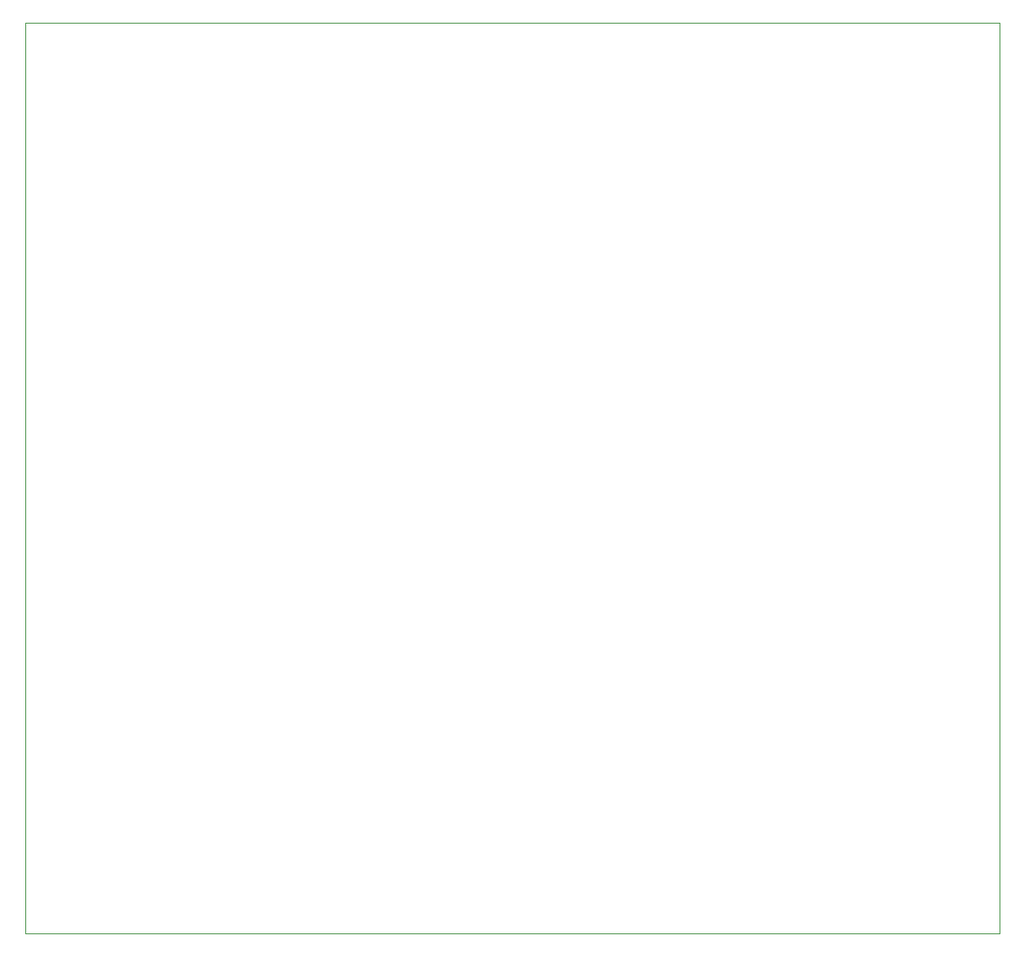
<source format=gm1>
G04 #@! TF.GenerationSoftware,KiCad,Pcbnew,(5.1.10-1-10_14)*
G04 #@! TF.CreationDate,2022-06-07T23:14:09-07:00*
G04 #@! TF.ProjectId,Control_Boards,436f6e74-726f-46c5-9f42-6f617264732e,rev?*
G04 #@! TF.SameCoordinates,Original*
G04 #@! TF.FileFunction,Profile,NP*
%FSLAX46Y46*%
G04 Gerber Fmt 4.6, Leading zero omitted, Abs format (unit mm)*
G04 Created by KiCad (PCBNEW (5.1.10-1-10_14)) date 2022-06-07 23:14:09*
%MOMM*%
%LPD*%
G01*
G04 APERTURE LIST*
G04 #@! TA.AperFunction,Profile*
%ADD10C,0.100000*%
G04 #@! TD*
G04 APERTURE END LIST*
D10*
X61368000Y-32666000D02*
X159158000Y-32666000D01*
X61368000Y-124106000D02*
X61368000Y-32666000D01*
X159158000Y-124106000D02*
X61368000Y-124106000D01*
X159158000Y-32666000D02*
X159158000Y-124106000D01*
M02*

</source>
